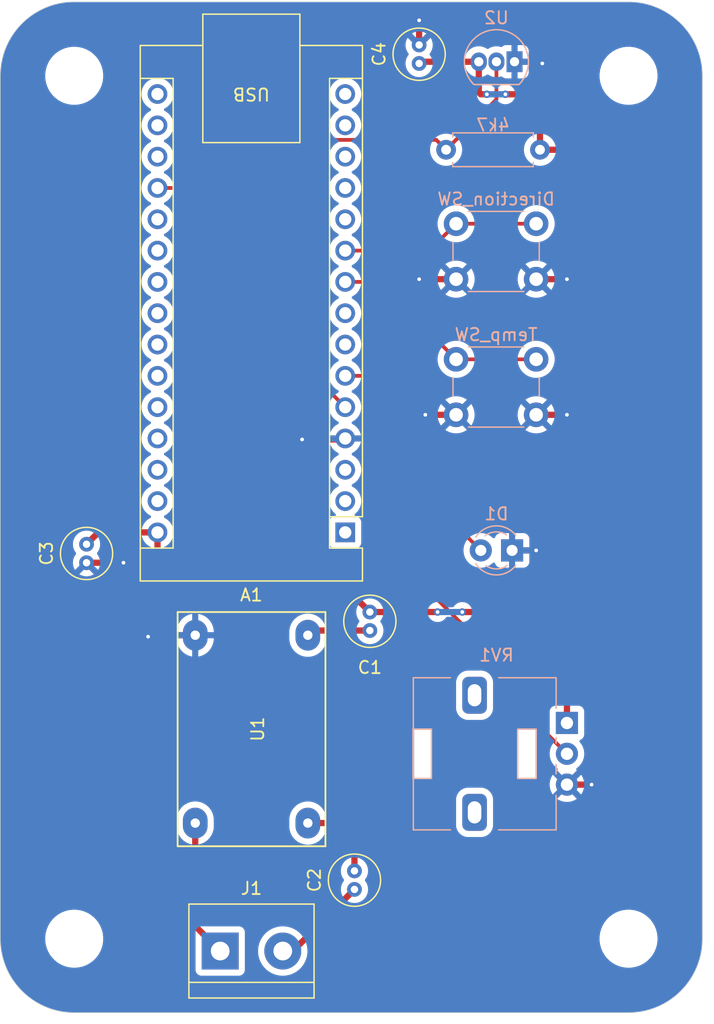
<source format=kicad_pcb>
(kicad_pcb (version 20241229) (generator "pcbnew") (generator_version "9.0")
  (layers (0 "F.Cu" signal) (2 "B.Cu" power) (13 "F.Paste" user) (15 "B.Paste" user) (5 "F.SilkS" user "F.Silkscreen") (7 "B.SilkS" user "B.Silkscreen") (1 "F.Mask" user) (3 "B.Mask" user) (25 "Edge.Cuts" user))
  (net 0 "")
  (net 3 "/D6_BUTTON_DIRECT")
  (net 6 "/PWM_PIN1")
  (net 10 "/D6_BUTTON_TEMP")
  (net 12 "/PWM_PIN2")
  (net 17 "/D2_DS18B20")
  (net 20 "/A0_POT")
  (net 21 "/D3_LED")
  (net 22 "GND")
  (net 28 "+5V")
  (net 31 "Net-(J1-Pin_1)")
  (net 32 "Net-(J1-Pin_2)")
  (net 33 "Net-(U1-OUT+)")
  (net 34 "Net-(U1-IN+)")
  (footprint "MountingHole:MountingHole_4.3mm_M4" (layer "F.Cu") (at 100 113)
    (property "Reference" "H4")
    (property "Value" "MountingHole")
    (pad "" np_thru_hole circle (at 0 0) (size 4.3 4.3) (drill 4.3) (layers "*.Cu" "*.Mask"))
  )
  (footprint "Capacitor_THT:C_Radial_D4.0mm_H7.0mm_P1.50mm" (layer "F.Cu") (at 77.75 109 90)
    (property "Reference" "C2" (at 0.75 -3.25 90) (layer "F.SilkS"))
    (property "Value" "C10")
    (fp_circle (center 0.75 0) (end 2.87 0) (stroke (width 0.12)) (fill no) (layer "F.SilkS"))
    (pad "1" thru_hole circle (at 0 0 90) (size 1.2 1.2) (drill 0.6) (layers "*.Cu" "*.Mask") (net 32 "Net-(J1-Pin_2)"))
    (pad "2" thru_hole circle (at 1.5 0 90) (size 1.2 1.2) (drill 0.6) (layers "*.Cu" "*.Mask") (net 34 "Net-(U1-IN+)"))
  )
  (footprint "Library:Mini360_step-down" (layer "F.Cu") (at 69.395 96 90)
    (property "Reference" "U1" (at 0 0.5 90) (layer "F.SilkS"))
    (property "Value" "Mini360")
    (fp_line (start -9.5 -6) (end 9.5 -6) (stroke (width 0.15)) (layer "F.SilkS"))
    (fp_line (start -9.5 -6) (end -9.5 6) (stroke (width 0.15)) (layer "F.SilkS"))
    (fp_line (start 9.5 6) (end 9.5 -6) (stroke (width 0.15)) (layer "F.SilkS"))
    (fp_line (start 9.5 6) (end -9.5 6) (stroke (width 0.15)) (layer "F.SilkS"))
    (pad "1" thru_hole oval (at -7.62 -4.57 90) (size 2.5 2) (drill 0.762) (layers "*.Cu" "*.Mask") (net 31 "Net-(J1-Pin_1)"))
    (pad "2" thru_hole oval (at -7.62 4.57 90) (size 2.5 2) (drill 0.762) (layers "*.Cu" "*.Mask") (net 34 "Net-(U1-IN+)"))
    (pad "3" thru_hole oval (at 7.62 -4.57 90) (size 2.5 2) (drill 0.762) (layers "*.Cu" "*.Mask") (net 22 "GND"))
    (pad "4" thru_hole oval (at 7.62 4.57 90) (size 2.5 2) (drill 0.762) (layers "*.Cu" "*.Mask") (net 33 "Net-(U1-OUT+)"))
  )
  (footprint "Module:Arduino_Nano" (layer "F.Cu") (at 77 80.04 180)
    (property "Reference" "A1" (at 7.62 -5.08 0) (layer "F.SilkS"))
    (property "Value" "Arduino_Nano_v3.x")
    (fp_line (start 16.64 39.5) (end 16.64 -3.94) (stroke (width 0.12)) (layer "F.SilkS"))
    (fp_line (start 16.64 39.5) (end 11.56 39.5) (stroke (width 0.12)) (layer "F.SilkS"))
    (fp_line (start 16.64 -3.94) (end -1.4 -3.94) (stroke (width 0.12)) (layer "F.SilkS"))
    (fp_line (start 13.97 36.83) (end 16.64 36.83) (stroke (width 0.12)) (layer "F.SilkS"))
    (fp_line (start 13.97 -1.27) (end 16.64 -1.27) (stroke (width 0.12)) (layer "F.SilkS"))
    (fp_line (start 13.97 -1.27) (end 13.97 36.83) (stroke (width 0.12)) (layer "F.SilkS"))
    (fp_line (start 11.56 42.04) (end 3.68 42.04) (stroke (width 0.12)) (layer "F.SilkS"))
    (fp_line (start 11.56 31.62) (end 11.56 42.04) (stroke (width 0.12)) (layer "F.SilkS"))
    (fp_line (start 3.68 42.04) (end 3.68 31.62) (stroke (width 0.12)) (layer "F.SilkS"))
    (fp_line (start 3.68 31.62) (end 11.56 31.62) (stroke (width 0.12)) (layer "F.SilkS"))
    (fp_line (start 1.27 36.83) (end -1.4 36.83) (stroke (width 0.12)) (layer "F.SilkS"))
    (fp_line (start 1.27 1.27) (end 1.27 36.83) (stroke (width 0.12)) (layer "F.SilkS"))
    (fp_line (start 1.27 1.27) (end 1.27 -1.27) (stroke (width 0.12)) (layer "F.SilkS"))
    (fp_line (start 1.27 1.27) (end -1.4 1.27) (stroke (width 0.12)) (layer "F.SilkS"))
    (fp_line (start 1.27 -1.27) (end -1.4 -1.27) (stroke (width 0.12)) (layer "F.SilkS"))
    (fp_line (start -1.4 39.5) (end 3.68 39.5) (stroke (width 0.12)) (layer "F.SilkS"))
    (fp_line (start -1.4 1.27) (end -1.4 39.5) (stroke (width 0.12)) (layer "F.SilkS"))
    (fp_line (start -1.4 -3.94) (end -1.4 -1.27) (stroke (width 0.12)) (layer "F.SilkS"))
    (fp_text user "USB" (at 7.62 35.56 180) (layer "F.SilkS"))
    (pad "1" thru_hole rect (at 0 0 180) (size 1.6 1.6) (drill 1) (layers "*.Cu" "*.Mask"))
    (pad "2" thru_hole oval (at 0 2.54 180) (size 1.6 1.6) (drill 1) (layers "*.Cu" "*.Mask"))
    (pad "3" thru_hole oval (at 0 5.08 180) (size 1.6 1.6) (drill 1) (layers "*.Cu" "*.Mask"))
    (pad "4" thru_hole oval (at 0 7.62 180) (size 1.6 1.6) (drill 1) (layers "*.Cu" "*.Mask") (net 22 "GND"))
    (pad "5" thru_hole oval (at 0 10.16 180) (size 1.6 1.6) (drill 1) (layers "*.Cu" "*.Mask") (net 17 "/D2_DS18B20"))
    (pad "6" thru_hole oval (at 0 12.7 180) (size 1.6 1.6) (drill 1) (layers "*.Cu" "*.Mask") (net 21 "/D3_LED"))
    (pad "7" thru_hole oval (at 0 15.24 180) (size 1.6 1.6) (drill 1) (layers "*.Cu" "*.Mask"))
    (pad "8" thru_hole oval (at 0 17.78 180) (size 1.6 1.6) (drill 1) (layers "*.Cu" "*.Mask"))
    (pad "9" thru_hole oval (at 0 20.32 180) (size 1.6 1.6) (drill 1) (layers "*.Cu" "*.Mask") (net 10 "/D6_BUTTON_TEMP"))
    (pad "10" thru_hole oval (at 0 22.86 180) (size 1.6 1.6) (drill 1) (layers "*.Cu" "*.Mask") (net 3 "/D6_BUTTON_DIRECT"))
    (pad "11" thru_hole oval (at 0 25.4 180) (size 1.6 1.6) (drill 1) (layers "*.Cu" "*.Mask"))
    (pad "12" thru_hole oval (at 0 27.94 180) (size 1.6 1.6) (drill 1) (layers "*.Cu" "*.Mask") (net 6 "/PWM_PIN1"))
    (pad "13" thru_hole oval (at 0 30.48 180) (size 1.6 1.6) (drill 1) (layers "*.Cu" "*.Mask") (net 12 "/PWM_PIN2"))
    (pad "14" thru_hole oval (at 0 33.02 180) (size 1.6 1.6) (drill 1) (layers "*.Cu" "*.Mask"))
    (pad "15" thru_hole oval (at 0 35.56 180) (size 1.6 1.6) (drill 1) (layers "*.Cu" "*.Mask"))
    (pad "16" thru_hole oval (at 15.24 35.56 180) (size 1.6 1.6) (drill 1) (layers "*.Cu" "*.Mask"))
    (pad "17" thru_hole oval (at 15.24 33.02 180) (size 1.6 1.6) (drill 1) (layers "*.Cu" "*.Mask"))
    (pad "18" thru_hole oval (at 15.24 30.48 180) (size 1.6 1.6) (drill 1) (layers "*.Cu" "*.Mask"))
    (pad "19" thru_hole oval (at 15.24 27.94 180) (size 1.6 1.6) (drill 1) (layers "*.Cu" "*.Mask") (net 20 "/A0_POT"))
    (pad "20" thru_hole oval (at 15.24 25.4 180) (size 1.6 1.6) (drill 1) (layers "*.Cu" "*.Mask"))
    (pad "21" thru_hole oval (at 15.24 22.86 180) (size 1.6 1.6) (drill 1) (layers "*.Cu" "*.Mask"))
    (pad "22" thru_hole oval (at 15.24 20.32 180) (size 1.6 1.6) (drill 1) (layers "*.Cu" "*.Mask"))
    (pad "23" thru_hole oval (at 15.24 17.78 180) (size 1.6 1.6) (drill 1) (layers "*.Cu" "*.Mask"))
    (pad "24" thru_hole oval (at 15.24 15.24 180) (size 1.6 1.6) (drill 1) (layers "*.Cu" "*.Mask"))
    (pad "25" thru_hole oval (at 15.24 12.7 180) (size 1.6 1.6) (drill 1) (layers "*.Cu" "*.Mask"))
    (pad "26" thru_hole oval (at 15.24 10.16 180) (size 1.6 1.6) (drill 1) (layers "*.Cu" "*.Mask"))
    (pad "27" thru_hole oval (at 15.24 7.62 180) (size 1.6 1.6) (drill 1) (layers "*.Cu" "*.Mask"))
    (pad "28" thru_hole oval (at 15.24 5.08 180) (size 1.6 1.6) (drill 1) (layers "*.Cu" "*.Mask"))
    (pad "29" thru_hole oval (at 15.24 2.54 180) (size 1.6 1.6) (drill 1) (layers "*.Cu" "*.Mask"))
    (pad "30" thru_hole oval (at 15.24 0 180) (size 1.6 1.6) (drill 1) (layers "*.Cu" "*.Mask") (net 28 "+5V"))
  )
  (footprint "Capacitor_THT:C_Radial_D4.0mm_H7.0mm_P1.50mm" (layer "F.Cu") (at 56 82.5 90)
    (property "Reference" "C3" (at 0.75 -3.25 90) (layer "F.SilkS"))
    (property "Value" "C100")
    (fp_circle (center 0.75 0) (end 2.87 0) (stroke (width 0.12)) (fill no) (layer "F.SilkS"))
    (pad "1" thru_hole circle (at 0 0 90) (size 1.2 1.2) (drill 0.6) (layers "*.Cu" "*.Mask") (net 22 "GND"))
    (pad "2" thru_hole circle (at 1.5 0 90) (size 1.2 1.2) (drill 0.6) (layers "*.Cu" "*.Mask") (net 28 "+5V"))
  )
  (footprint "MountingHole:MountingHole_4.3mm_M4" (layer "F.Cu") (at 55 43)
    (property "Reference" "H2")
    (property "Value" "MountingHole")
    (pad "" np_thru_hole circle (at 0 0) (size 4.3 4.3) (drill 4.3) (layers "*.Cu" "*.Mask"))
  )
  (footprint "Capacitor_THT:C_Radial_D4.0mm_H7.0mm_P1.50mm" (layer "F.Cu") (at 83 42 90)
    (property "Reference" "C4" (at 0.75 -3.25 90) (layer "F.SilkS"))
    (property "Value" "C100")
    (fp_circle (center 0.75 0) (end 2.87 0) (stroke (width 0.12)) (fill no) (layer "F.SilkS"))
    (pad "1" thru_hole circle (at 0 0 90) (size 1.2 1.2) (drill 0.6) (layers "*.Cu" "*.Mask") (net 28 "+5V"))
    (pad "2" thru_hole circle (at 1.5 0 90) (size 1.2 1.2) (drill 0.6) (layers "*.Cu" "*.Mask") (net 22 "GND"))
  )
  (footprint "Capacitor_THT:C_Radial_D4.0mm_H7.0mm_P1.50mm" (layer "F.Cu") (at 79 88 90)
    (property "Reference" "C1" (at -3 0 180) (layer "F.SilkS"))
    (property "Value" "C10")
    (fp_circle (center 0.75 0) (end 2.87 0) (stroke (width 0.12)) (fill no) (layer "F.SilkS"))
    (pad "1" thru_hole circle (at 0 0 90) (size 1.2 1.2) (drill 0.6) (layers "*.Cu" "*.Mask") (net 33 "Net-(U1-OUT+)"))
    (pad "2" thru_hole circle (at 1.5 0 90) (size 1.2 1.2) (drill 0.6) (layers "*.Cu" "*.Mask") (net 28 "+5V"))
  )
  (footprint "TerminalBlock:TerminalBlock_bornier-2_P5.08mm" (layer "F.Cu") (at 66.85 114)
    (property "Reference" "J1" (at 2.54 -5.08 0) (layer "F.SilkS"))
    (property "Value" "Screw_Terminal_2P")
    (fp_line (start -2.54 -3.81) (end -2.54 3.81) (stroke (width 0.12)) (layer "F.SilkS"))
    (fp_line (start -2.54 3.81) (end 7.62 3.81) (stroke (width 0.12)) (layer "F.SilkS"))
    (fp_line (start 7.62 -3.81) (end -2.54 -3.81) (stroke (width 0.12)) (layer "F.SilkS"))
    (fp_line (start 7.62 2.54) (end -2.54 2.54) (stroke (width 0.12)) (layer "F.SilkS"))
    (fp_line (start 7.62 3.81) (end 7.62 -3.81) (stroke (width 0.12)) (layer "F.SilkS"))
    (pad "1" thru_hole rect (at 0 0) (size 3 3) (drill 1.52) (layers "*.Cu" "*.Mask") (net 31 "Net-(J1-Pin_1)"))
    (pad "2" thru_hole circle (at 5.08 0) (size 3 3) (drill 1.52) (layers "*.Cu" "*.Mask") (net 32 "Net-(J1-Pin_2)"))
  )
  (footprint "MountingHole:MountingHole_4.3mm_M4" (layer "F.Cu") (at 55 113)
    (property "Reference" "H3")
    (property "Value" "MountingHole")
    (pad "" np_thru_hole circle (at 0 0) (size 4.3 4.3) (drill 4.3) (layers "*.Cu" "*.Mask"))
  )
  (footprint "MountingHole:MountingHole_4.3mm_M4" (layer "F.Cu") (at 100 43)
    (property "Reference" "H1")
    (property "Value" "MountingHole")
    (pad "" np_thru_hole circle (at 0 0) (size 4.3 4.3) (drill 4.3) (layers "*.Cu" "*.Mask"))
  )
  (footprint "Button_Switch_THT:SW_PUSH_6mm_H13mm" (layer "B.Cu") (at 92.5 55 180)
    (property "Reference" "Direction_SW" (at 3.25 2 0) (layer "B.SilkS") (effects (justify mirror)))
    (property "Value" "SW_Push")
    (fp_line (start 6.75 -3) (end 6.75 -1.5) (stroke (width 0.12)) (layer "B.SilkS"))
    (fp_line (start 5.5 1) (end 1 1) (stroke (width 0.12)) (layer "B.SilkS"))
    (fp_line (start 1 -5.5) (end 5.5 -5.5) (stroke (width 0.12)) (layer "B.SilkS"))
    (fp_line (start -0.25 -1.5) (end -0.25 -3) (stroke (width 0.12)) (layer "B.SilkS"))
    (pad "1" thru_hole circle (at 0 0 90) (size 2 2) (drill 1.1) (layers "*.Cu" "*.Mask") (net 3 "/D6_BUTTON_DIRECT"))
    (pad "1" thru_hole circle (at 6.5 0 90) (size 2 2) (drill 1.1) (layers "*.Cu" "*.Mask") (net 3 "/D6_BUTTON_DIRECT"))
    (pad "2" thru_hole circle (at 0 -4.5 90) (size 2 2) (drill 1.1) (layers "*.Cu" "*.Mask") (net 22 "GND"))
    (pad "2" thru_hole circle (at 6.5 -4.5 90) (size 2 2) (drill 1.1) (layers "*.Cu" "*.Mask") (net 22 "GND"))
  )
  (footprint "Package_TO_SOT_THT:TO-92_Inline" (layer "B.Cu") (at 90.545 41.86 180)
    (property "Reference" "U2" (at 1.27 3.56 0) (layer "B.SilkS") (effects (justify mirror)))
    (property "Value" "DS18B20")
    (fp_line (start -0.53 -1.85) (end 3.07 -1.85) (stroke (width 0.12)) (layer "B.SilkS"))
    (fp_arc (start 3.108478 -1.838478) (mid 3.672087 0.994977) (end 1.27 2.6) (stroke (width 0.12)) (layer "B.SilkS"))
    (fp_arc (start 1.27 2.6) (mid -1.132087 0.994977) (end -0.568478 -1.838478) (stroke (width 0.12)) (layer "B.SilkS"))
    (pad "1" thru_hole rect (at -0.2 0 180) (size 1.3 1.7) (drill 0.75) (layers "*.Cu" "*.Mask") (net 22 "GND"))
    (pad "2" thru_hole oval (at 1.27 0 180) (size 1.3 1.5) (drill 0.75) (layers "*.Cu" "*.Mask") (net 17 "/D2_DS18B20"))
    (pad "3" thru_hole oval (at 2.7 0 180) (size 1.3 1.5) (drill 0.75) (layers "*.Cu" "*.Mask") (net 28 "+5V"))
  )
  (footprint "Resistor_THT:R_Axial_DIN0207_L6.3mm_D2.5mm_P7.62mm_Horizontal" (layer "B.Cu") (at 85.19 49)
    (property "Reference" "R1" (hide yes))
    (property "Value" "4k7" (at 3.81 -2 0) (layer "B.SilkS") (effects (justify mirror)))
    (fp_line (start 0.54 -1.37) (end 7.08 -1.37) (stroke (width 0.12)) (layer "B.SilkS"))
    (fp_line (start 0.54 -1.04) (end 0.54 -1.37) (stroke (width 0.12)) (layer "B.SilkS"))
    (fp_line (start 0.54 1.04) (end 0.54 1.37) (stroke (width 0.12)) (layer "B.SilkS"))
    (fp_line (start 0.54 1.37) (end 7.08 1.37) (stroke (width 0.12)) (layer "B.SilkS"))
    (fp_line (start 7.08 -1.37) (end 7.08 -1.04) (stroke (width 0.12)) (layer "B.SilkS"))
    (fp_line (start 7.08 1.37) (end 7.08 1.04) (stroke (width 0.12)) (layer "B.SilkS"))
    (pad "1" thru_hole circle (at 0 0) (size 1.6 1.6) (drill 0.8) (layers "*.Cu" "*.Mask") (net 17 "/D2_DS18B20"))
    (pad "2" thru_hole oval (at 7.62 0) (size 1.6 1.6) (drill 0.8) (layers "*.Cu" "*.Mask") (net 28 "+5V"))
  )
  (footprint "LED_THT:LED_D3.0mm" (layer "B.Cu") (at 90.545 81.5 180)
    (property "Reference" "D1" (at 1.27 2.96 0) (layer "B.SilkS") (effects (justify mirror)))
    (property "Value" "LED")
    (fp_arc (start 2.941397 1.080061) (mid 1.365624 1.987701) (end -0.29 1.235516) (stroke (width 0.12)) (layer "B.SilkS"))
    (fp_arc (start 2.197403 1.180079) (mid 1.335534 1.499456) (end 0.449087 1.256489) (stroke (width 0.12)) (layer "B.SilkS"))
    (fp_arc (start 0.405888 -1.226166) (mid 1.255355 -1.499986) (end 2.110006 -1.242803) (stroke (width 0.12)) (layer "B.SilkS"))
    (fp_arc (start -0.29 -1.235516) (mid 1.365624 -1.987701) (end 2.941397 -1.080061) (stroke (width 0.12)) (layer "B.SilkS"))
    (pad "1" thru_hole rect (at 0 0 180) (size 1.8 1.8) (drill 0.9) (layers "*.Cu" "*.Mask") (net 22 "GND"))
    (pad "2" thru_hole circle (at 2.54 0 180) (size 1.8 1.8) (drill 0.9) (layers "*.Cu" "*.Mask") (net 21 "/D3_LED"))
  )
  (footprint "Potentiometer_THT:Potentiometer_Alps_RK09L_Single_Vertical" (layer "B.Cu") (at 95 95.5 180)
    (property "Reference" "RV1" (at 5.725 5.5 0) (layer "B.SilkS") (effects (justify mirror)))
    (property "Value" "R_Potentiometer")
    (fp_line (start 12.47 3.67) (end 12.47 -8.67) (stroke (width 0.12)) (layer "B.SilkS"))
    (fp_line (start 9.455 3.67) (end 12.47 3.67) (stroke (width 0.12)) (layer "B.SilkS"))
    (fp_line (start 9.455 -8.67) (end 12.47 -8.67) (stroke (width 0.12)) (layer "B.SilkS"))
    (fp_line (start 0.88 3.67) (end 5.546 3.67) (stroke (width 0.12)) (layer "B.SilkS"))
    (fp_line (start 0.88 3.67) (end 0.88 1.2) (stroke (width 0.12)) (layer "B.SilkS"))
    (fp_line (start 0.88 -1.2) (end 0.88 -1.63) (stroke (width 0.12)) (layer "B.SilkS"))
    (fp_line (start 0.88 -3.371) (end 0.88 -4.13) (stroke (width 0.12)) (layer "B.SilkS"))
    (fp_line (start 0.88 -5.87) (end 0.88 -8.67) (stroke (width 0.12)) (layer "B.SilkS"))
    (fp_line (start 0.88 -8.67) (end 5.546 -8.67) (stroke (width 0.12)) (layer "B.SilkS"))
    (fp_rect (start 11 -0.5) (end 12.5 -4.5) (stroke (width 0.12)) (fill no) (layer "B.SilkS"))
    (fp_rect (start 2.5 -0.5) (end 4 -4.5) (stroke (width 0.12)) (fill no) (layer "B.SilkS"))
    (pad "1" thru_hole rect (at 0 0 180) (size 1.8 1.8) (drill 1) (layers "*.Cu" "*.Mask") (net 28 "+5V"))
    (pad "2" thru_hole circle (at 0 -2.5 180) (size 1.8 1.8) (drill 1) (layers "*.Cu" "*.Mask") (net 20 "/A0_POT"))
    (pad "3" thru_hole circle (at 0 -5 180) (size 1.8 1.8) (drill 1) (layers "*.Cu" "*.Mask") (net 22 "GND"))
    (pad "MP" thru_hole roundrect (at 7.5 -7.25 180) (size 2 3) (drill oval 1.1 1.8) (layers "*.Cu" "*.Mask"))
    (pad "MP" thru_hole roundrect (at 7.5 2.25 180) (size 2 3) (drill oval 1.1 1.8) (layers "*.Cu" "*.Mask"))
    (zone (net 0) (net_name "") (layer "B.Cu") (name "Copper Keep Out") (connect_pads (clearance 0)) (min_thickness 0.254)
      (keepout (tracks not_allowed) (vias not_allowed) (pads not_allowed) (copperpour not_allowed) (footprints not_allowed))
      (fill (thermal_gap 0.508) (thermal_bridge_width 0.508))
      (polygon (pts (xy 82.6 100) (xy 84 100) (xy 84 96) (xy 82.6 96)))
    )
    (zone (net 0) (net_name "") (layer "B.Cu") (name "Copper Keep Out") (connect_pads (clearance 0)) (min_thickness 0.254)
      (keepout (tracks not_allowed) (vias not_allowed) (pads not_allowed) (copperpour not_allowed) (footprints not_allowed))
      (fill (thermal_gap 0.508) (thermal_bridge_width 0.508))
      (polygon (pts (xy 91 100) (xy 92.5 100) (xy 92.5 96) (xy 91 96)))
    )
  )
  (footprint "Button_Switch_THT:SW_PUSH_6mm_H13mm" (layer "B.Cu") (at 92.5 66 180)
    (property "Reference" "Temp_SW" (at 3.25 2 0) (layer "B.SilkS") (effects (justify mirror)))
    (property "Value" "SW_Push")
    (fp_line (start 6.75 -3) (end 6.75 -1.5) (stroke (width 0.12)) (layer "B.SilkS"))
    (fp_line (start 5.5 1) (end 1 1) (stroke (width 0.12)) (layer "B.SilkS"))
    (fp_line (start 1 -5.5) (end 5.5 -5.5) (stroke (width 0.12)) (layer "B.SilkS"))
    (fp_line (start -0.25 -1.5) (end -0.25 -3) (stroke (width 0.12)) (layer "B.SilkS"))
    (pad "1" thru_hole circle (at 0 0 90) (size 2 2) (drill 1.1) (layers "*.Cu" "*.Mask") (net 10 "/D6_BUTTON_TEMP"))
    (pad "1" thru_hole circle (at 6.5 0 90) (size 2 2) (drill 1.1) (layers "*.Cu" "*.Mask") (net 10 "/D6_BUTTON_TEMP"))
    (pad "2" thru_hole circle (at 0 -4.5 90) (size 2 2) (drill 1.1) (layers "*.Cu" "*.Mask") (net 22 "GND"))
    (pad "2" thru_hole circle (at 6.5 -4.5 90) (size 2 2) (drill 1.1) (layers "*.Cu" "*.Mask") (net 22 "GND"))
  )
  (gr_line (start 55 37) (end 100 37) (stroke (width 0.05)) (layer "Edge.Cuts"))
  (gr_line (start 49 113) (end 49 43) (stroke (width 0.05)) (layer "Edge.Cuts"))
  (gr_arc (start 55 119) (mid 50.757359 117.242641) (end 49 113) (stroke (width 0.05)) (layer "Edge.Cuts"))
  (gr_line (start 106 43) (end 106 113) (stroke (width 0.05)) (layer "Edge.Cuts"))
  (gr_arc (start 106 113) (mid 104.242641 117.242641) (end 100 119) (stroke (width 0.05)) (layer "Edge.Cuts"))
  (gr_arc (start 100 37) (mid 104.242641 38.757359) (end 106 43) (stroke (width 0.05)) (layer "Edge.Cuts"))
  (gr_line (start 100 119) (end 55 119) (stroke (width 0.05)) (layer "Edge.Cuts"))
  (gr_arc (start 49 43) (mid 50.757359 38.757359) (end 55 37) (stroke (width 0.05)) (layer "Edge.Cuts"))
  (segment (start 83.82 57.18) (end 86 55) (width 0.3048) (layer "F.Cu") (net 3))
  (segment (start 92.5 55) (end 86 55) (width 0.3048) (layer "F.Cu") (net 3))
  (segment (start 77 57.18) (end 83.82 57.18) (width 0.3048) (layer "F.Cu") (net 3))
  (segment (start 79.72 59.72) (end 86 66) (width 0.3048) (layer "F.Cu") (net 10))
  (segment (start 77 59.72) (end 79.72 59.72) (width 0.3048) (layer "F.Cu") (net 10))
  (segment (start 92.5 66) (end 86 66) (width 0.3048) (layer "F.Cu") (net 10))
  (segment (start 74 49) (end 74 66.88) (width 0.3048) (layer "F.Cu") (net 17))
  (segment (start 89.275 41.86) (end 89.275 44.915) (width 0.3048) (layer "F.Cu") (net 17))
  (segment (start 74.799999 48.200001) (end 74 49) (width 0.3048) (layer "F.Cu") (net 17))
  (segment (start 74 66.88) (end 77 69.88) (width 0.3048) (layer "F.Cu") (net 17))
  (segment (start 84.390001 48.200001) (end 74.799999 48.200001) (width 0.3048) (layer "F.Cu") (net 17))
  (segment (start 85.19 49) (end 84.390001 48.200001) (width 0.3048) (layer "F.Cu") (net 17))
  (segment (start 89.275 44.915) (end 85.19 49) (width 0.3048) (layer "F.Cu") (net 17))
  (segment (start 68 55) (end 68 78) (width 0.3048) (layer "F.Cu") (net 20))
  (segment (start 91 92) (end 91 94) (width 0.3048) (layer "F.Cu") (net 20))
  (segment (start 82 83) (end 91 92) (width 0.3048) (layer "F.Cu") (net 20))
  (segment (start 61.76 52.1) (end 65.1 52.1) (width 0.3048) (layer "F.Cu") (net 20))
  (segment (start 68 78) (end 73 83) (width 0.3048) (layer "F.Cu") (net 20))
  (segment (start 73 83) (end 82 83) (width 0.3048) (layer "F.Cu") (net 20))
  (segment (start 91 94) (end 95 98) (width 0.3048) (layer "F.Cu") (net 20))
  (segment (start 65.1 52.1) (end 68 55) (width 0.3048) (layer "F.Cu") (net 20))
  (segment (start 77 67.34) (end 80.34 67.34) (width 0.3048) (layer "F.Cu") (net 21))
  (segment (start 81 74.495) (end 88.005 81.5) (width 0.3048) (layer "F.Cu") (net 21))
  (segment (start 80.34 67.34) (end 81 68) (width 0.3048) (layer "F.Cu") (net 21))
  (segment (start 81 68) (end 81 74.495) (width 0.3048) (layer "F.Cu") (net 21))
  (segment (start 56 82.5) (end 59 82.5) (width 0.508) (layer "F.Cu") (net 22))
  (segment (start 86 59.5) (end 83 59.5) (width 0.508) (layer "F.Cu") (net 22))
  (segment (start 61.12 88.38) (end 61 88.5) (width 0.508) (layer "F.Cu") (net 22))
  (segment (start 83 40.5) (end 83 38.5) (width 0.508) (layer "F.Cu") (net 22))
  (segment (start 86 70.5) (end 83.5 70.5) (width 0.508) (layer "F.Cu") (net 22))
  (segment (start 92.86 41.86) (end 93 42) (width 0.508) (layer "F.Cu") (net 22))
  (segment (start 64.825 88.38) (end 61.12 88.38) (width 0.508) (layer "F.Cu") (net 22))
  (segment (start 90.545 81.5) (end 92.5 81.5) (width 0.508) (layer "F.Cu") (net 22))
  (segment (start 95 100.5) (end 97 100.5) (width 0.508) (layer "F.Cu") (net 22))
  (segment (start 92.5 70.5) (end 95 70.5) (width 0.508) (layer "F.Cu") (net 22))
  (segment (start 77 72.42) (end 77 72.5) (width 0.508) (layer "F.Cu") (net 22))
  (segment (start 77 72.5) (end 73.5 72.5) (width 0.508) (layer "F.Cu") (net 22))
  (segment (start 92.5 59.5) (end 95 59.5) (width 0.508) (layer "F.Cu") (net 22))
  (segment (start 90.745 41.86) (end 92.86 41.86) (width 0.508) (layer "F.Cu") (net 22))
  (via (at 83 38.5) (size 0.61) (drill 0.3) (layers "F.Cu" "B.Cu") (net 22))
  (via (at 61 88.5) (size 0.61) (drill 0.3) (layers "F.Cu" "B.Cu") (net 22))
  (via (at 97 100.5) (size 0.61) (drill 0.3) (layers "F.Cu" "B.Cu") (net 22))
  (via (at 95 59.5) (size 0.61) (drill 0.3) (layers "F.Cu" "B.Cu") (net 22))
  (via (at 73.5 72.5) (size 0.61) (drill 0.3) (layers "F.Cu" "B.Cu") (net 22))
  (via (at 59 82.5) (size 0.61) (drill 0.3) (layers "F.Cu" "B.Cu") (net 22))
  (via (at 95 70.5) (size 0.61) (drill 0.3) (layers "F.Cu" "B.Cu") (net 22))
  (via (at 83.5 70.5) (size 0.61) (drill 0.3) (layers "F.Cu" "B.Cu") (net 22))
  (via (at 93 42) (size 0.61) (drill 0.3) (layers "F.Cu" "B.Cu") (net 22))
  (via (at 92.5 81.5) (size 0.61) (drill 0.3) (layers "F.Cu" "B.Cu") (net 22))
  (via (at 83 59.5) (size 0.61) (drill 0.3) (layers "F.Cu" "B.Cu") (net 22))
  (segment (start 95 88) (end 93.5 86.5) (width 0.508) (layer "F.Cu") (net 28))
  (segment (start 95 95.5) (end 95 88) (width 0.508) (layer "F.Cu") (net 28))
  (segment (start 62.5 85) (end 77.5 85) (width 0.508) (layer "F.Cu") (net 28))
  (segment (start 95.5 49) (end 95.687 49.187) (width 0.508) (layer "F.Cu") (net 28))
  (segment (start 87.845 44.345) (end 88 44.5) (width 0.508) (layer "F.Cu") (net 28))
  (segment (start 87.845 41.86) (end 83.14 41.86) (width 0.508) (layer "F.Cu") (net 28))
  (segment (start 79 86.5) (end 84.5 86.5) (width 0.508) (layer "F.Cu") (net 28))
  (segment (start 61.76 84.26) (end 62.5 85) (width 0.508) (layer "F.Cu") (net 28))
  (segment (start 61.76 80.04) (end 61.76 84.26) (width 0.508) (layer "F.Cu") (net 28))
  (segment (start 92.81 49) (end 95.5 49) (width 0.508) (layer "F.Cu") (net 28))
  (segment (start 83.14 41.86) (end 83 42) (width 0.508) (layer "F.Cu") (net 28))
  (segment (start 92.81 44.81) (end 92.5 44.5) (width 0.508) (layer "F.Cu") (net 28))
  (segment (start 92.5 44.5) (end 90 44.5) (width 0.508) (layer "F.Cu") (net 28))
  (segment (start 77.5 85) (end 79 86.5) (width 0.508) (layer "F.Cu") (net 28))
  (segment (start 87.845 41.86) (end 87.845 44.345) (width 0.508) (layer "F.Cu") (net 28))
  (segment (start 95.687 49.187) (end 95.687 84.313) (width 0.508) (layer "F.Cu") (net 28))
  (segment (start 93.5 86.5) (end 86.5 86.5) (width 0.508) (layer "F.Cu") (net 28))
  (segment (start 56.96 80.04) (end 61.76 80.04) (width 0.508) (layer "F.Cu") (net 28))
  (segment (start 56 81) (end 56.96 80.04) (width 0.508) (layer "F.Cu") (net 28))
  (segment (start 88 44.5) (end 88.5 44.5) (width 0.508) (layer "F.Cu") (net 28))
  (segment (start 95.687 84.313) (end 93.5 86.5) (width 0.508) (layer "F.Cu") (net 28))
  (segment (start 92.81 49) (end 92.81 44.81) (width 0.508) (layer "F.Cu") (net 28))
  (via (at 86.5 86.5) (size 0.61) (drill 0.3) (layers "F.Cu" "B.Cu") (net 28))
  (via (at 84.5 86.5) (size 0.61) (drill 0.3) (layers "F.Cu" "B.Cu") (net 28))
  (via (at 88.5 44.5) (size 0.61) (drill 0.3) (layers "F.Cu" "B.Cu") (net 28))
  (via (at 90 44.5) (size 0.61) (drill 0.3) (layers "F.Cu" "B.Cu") (net 28))
  (segment (start 84.5 86.5) (end 86.5 86.5) (width 0.508) (layer "B.Cu") (net 28))
  (segment (start 90 44.5) (end 88.5 44.5) (width 0.508) (layer "B.Cu") (net 28))
  (segment (start 64.825 111.975) (end 66.85 114) (width 0.508) (layer "F.Cu") (net 31))
  (segment (start 64.825 103.62) (end 64.825 111.975) (width 0.508) (layer "F.Cu") (net 31))
  (segment (start 72.75 114) (end 71.93 114) (width 0.508) (layer "F.Cu") (net 32))
  (segment (start 77.75 109) (end 72.75 114) (width 0.508) (layer "F.Cu") (net 32))
  (segment (start 74.5 88) (end 79 88) (width 0.508) (layer "F.Cu") (net 33))
  (segment (start 73.965 88.38) (end 73.965 88.465) (width 0.508) (layer "F.Cu") (net 33))
  (segment (start 74 88.5) (end 74.5 88) (width 0.508) (layer "F.Cu") (net 33))
  (segment (start 73.965 88.465) (end 74 88.5) (width 0.508) (layer "F.Cu") (net 33))
  (segment (start 73.965 103.62) (end 75.62 103.62) (width 0.508) (layer "F.Cu") (net 34))
  (segment (start 75.62 103.62) (end 77.75 105.75) (width 0.508) (layer "F.Cu") (net 34))
  (segment (start 77.75 105.75) (end 77.75 107.5) (width 0.508) (layer "F.Cu") (net 34))
  (zone (net 22) (net_name "GND") (layer "B.Cu") (connect_pads (clearance 0.5)) (min_thickness 0.25) (fill yes (thermal_gap 0.5) (thermal_bridge_width 0.5))
    (polygon (pts (xy 49 37) (xy 106 37) (xy 106 119) (xy 49 119)))
  )
)
</source>
